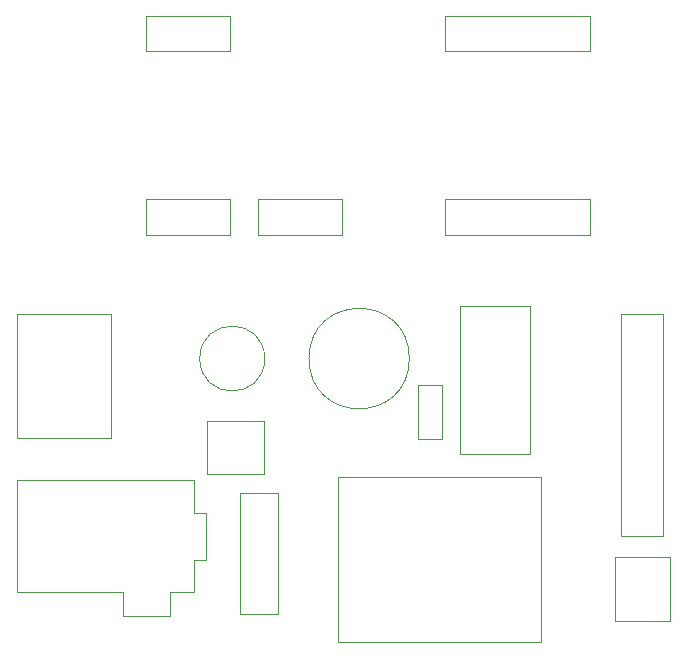
<source format=gbr>
%TF.GenerationSoftware,KiCad,Pcbnew,8.0.7-unknown-202501031821~9d36205ced~ubuntu20.04.1*%
%TF.CreationDate,2025-02-02T17:40:00-03:00*%
%TF.ProjectId,Wise-Shield-32,57697365-2d53-4686-9965-6c642d33322e,1*%
%TF.SameCoordinates,Original*%
%TF.FileFunction,Other,User*%
%FSLAX46Y46*%
G04 Gerber Fmt 4.6, Leading zero omitted, Abs format (unit mm)*
G04 Created by KiCad (PCBNEW 8.0.7-unknown-202501031821~9d36205ced~ubuntu20.04.1) date 2025-02-02 17:40:00*
%MOMM*%
%LPD*%
G01*
G04 APERTURE LIST*
%ADD10C,0.050000*%
G04 APERTURE END LIST*
D10*
%TO.C,C3\u002A*%
X118500000Y-96000000D02*
G75*
G02*
X113000000Y-96000000I-2750000J0D01*
G01*
X113000000Y-96000000D02*
G75*
G02*
X118500000Y-96000000I2750000J0D01*
G01*
%TO.C,J6\u002A*%
X97500000Y-102750000D02*
X97500000Y-92250000D01*
X97500000Y-102750000D02*
X105500000Y-102750000D01*
X105500000Y-92250000D02*
X97500000Y-92250000D01*
X105500000Y-92250000D02*
X105500000Y-102750000D01*
%TO.C,D1\u002A*%
X113575000Y-101250000D02*
X113575000Y-105750000D01*
X113575000Y-105750000D02*
X118425000Y-105750000D01*
X118425000Y-101250000D02*
X113575000Y-101250000D01*
X118425000Y-105750000D02*
X118425000Y-101250000D01*
%TO.C,C4*%
X108450000Y-67000000D02*
X108450000Y-70000000D01*
X108450000Y-70000000D02*
X115550000Y-70000000D01*
X115550000Y-67000000D02*
X108450000Y-67000000D01*
X115550000Y-70000000D02*
X115550000Y-67000000D01*
%TO.C,J5*%
X124690000Y-106000000D02*
X141930000Y-106000000D01*
X124690000Y-120000000D02*
X124690000Y-106000000D01*
X141930000Y-120000000D02*
X124690000Y-120000000D01*
X141930000Y-120000000D02*
X141930000Y-106000000D01*
%TO.C,R1\u002A*%
X148200000Y-118180000D02*
X148200000Y-112820000D01*
X148200000Y-118180000D02*
X152800000Y-118180000D01*
X152800000Y-112820000D02*
X148200000Y-112820000D01*
X152800000Y-112820000D02*
X152800000Y-118180000D01*
%TO.C,C2*%
X108450000Y-82500000D02*
X108450000Y-85500000D01*
X108450000Y-85500000D02*
X115550000Y-85500000D01*
X115550000Y-82500000D02*
X108450000Y-82500000D01*
X115550000Y-85500000D02*
X115550000Y-82500000D01*
%TO.C,C5*%
X130750000Y-96000000D02*
G75*
G02*
X122250000Y-96000000I-4250000J0D01*
G01*
X122250000Y-96000000D02*
G75*
G02*
X130750000Y-96000000I4250000J0D01*
G01*
%TO.C,D2*%
X116400000Y-107340000D02*
X116400000Y-117660000D01*
X116400000Y-117660000D02*
X119600000Y-117660000D01*
X119600000Y-107340000D02*
X116400000Y-107340000D01*
X119600000Y-117660000D02*
X119600000Y-107340000D01*
%TO.C,R2*%
X133790000Y-67000000D02*
X133790000Y-70000000D01*
X133790000Y-70000000D02*
X146050000Y-70000000D01*
X146050000Y-67000000D02*
X133790000Y-67000000D01*
X146050000Y-70000000D02*
X146050000Y-67000000D01*
%TO.C,U2\u002A*%
X135000000Y-91560000D02*
X141000000Y-91560000D01*
X135000000Y-104060000D02*
X135000000Y-91560000D01*
X141000000Y-91560000D02*
X141000000Y-104060000D01*
X141000000Y-104060000D02*
X135000000Y-104060000D01*
%TO.C,J4\u002A*%
X148700000Y-92200000D02*
X152250000Y-92200000D01*
X148700000Y-111000000D02*
X148700000Y-92200000D01*
X152250000Y-92200000D02*
X152250000Y-111000000D01*
X152250000Y-111000000D02*
X148700000Y-111000000D01*
%TO.C,J3*%
X97500000Y-115792500D02*
X97500000Y-106292500D01*
X106500000Y-115792500D02*
X97500000Y-115792500D01*
X106500000Y-117792500D02*
X106500000Y-115792500D01*
X110500000Y-115792500D02*
X110500000Y-117792500D01*
X110500000Y-117792500D02*
X106500000Y-117792500D01*
X112500000Y-106292500D02*
X97500000Y-106292500D01*
X112500000Y-106542500D02*
X112500000Y-106292500D01*
X112500000Y-106542500D02*
X112500000Y-109042500D01*
X112500000Y-109042500D02*
X113500000Y-109042500D01*
X112500000Y-113042500D02*
X112500000Y-115792500D01*
X112500000Y-115792500D02*
X110500000Y-115792500D01*
X113500000Y-109042500D02*
X113500000Y-113042500D01*
X113500000Y-113042500D02*
X112500000Y-113042500D01*
%TO.C,R3*%
X133790000Y-82500000D02*
X133790000Y-85500000D01*
X133790000Y-85500000D02*
X146050000Y-85500000D01*
X146050000Y-82500000D02*
X133790000Y-82500000D01*
X146050000Y-85500000D02*
X146050000Y-82500000D01*
%TO.C,C1*%
X117950000Y-82500000D02*
X117950000Y-85500000D01*
X117950000Y-85500000D02*
X125050000Y-85500000D01*
X125050000Y-82500000D02*
X117950000Y-82500000D01*
X125050000Y-85500000D02*
X125050000Y-82500000D01*
%TO.C,R4\u002A*%
X131450000Y-98230000D02*
X131450000Y-102770000D01*
X131450000Y-102770000D02*
X133550000Y-102770000D01*
X133550000Y-98230000D02*
X131450000Y-98230000D01*
X133550000Y-102770000D02*
X133550000Y-98230000D01*
%TD*%
M02*

</source>
